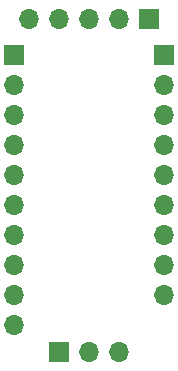
<source format=gbr>
%TF.GenerationSoftware,KiCad,Pcbnew,8.0.6*%
%TF.CreationDate,2024-12-27T21:34:25-08:00*%
%TF.ProjectId,PIC32Flex,50494333-3246-46c6-9578-2e6b69636164,rev?*%
%TF.SameCoordinates,Original*%
%TF.FileFunction,Soldermask,Bot*%
%TF.FilePolarity,Negative*%
%FSLAX46Y46*%
G04 Gerber Fmt 4.6, Leading zero omitted, Abs format (unit mm)*
G04 Created by KiCad (PCBNEW 8.0.6) date 2024-12-27 21:34:25*
%MOMM*%
%LPD*%
G01*
G04 APERTURE LIST*
%ADD10R,1.700000X1.700000*%
%ADD11O,1.700000X1.700000*%
G04 APERTURE END LIST*
D10*
%TO.C,J2*%
X111410000Y-71950000D03*
D11*
X108870000Y-71950000D03*
X106330000Y-71950000D03*
X103790000Y-71950000D03*
X101250000Y-71950000D03*
%TD*%
%TO.C,J4*%
X100040000Y-97880000D03*
X100040000Y-95340000D03*
X100040000Y-92800000D03*
X100040000Y-90260000D03*
X100040000Y-87720000D03*
X100040000Y-85180000D03*
X100040000Y-82640000D03*
X100040000Y-80100000D03*
X100040000Y-77560000D03*
D10*
X100040000Y-75020000D03*
%TD*%
%TO.C,J3*%
X112740000Y-75020000D03*
D11*
X112740000Y-77560000D03*
X112740000Y-80100000D03*
X112740000Y-82640000D03*
X112740000Y-85180000D03*
X112740000Y-87720000D03*
X112740000Y-90260000D03*
X112740000Y-92800000D03*
X112740000Y-95340000D03*
%TD*%
D10*
%TO.C,J1*%
X103837600Y-100170800D03*
D11*
X106377600Y-100170800D03*
X108917600Y-100170800D03*
%TD*%
M02*

</source>
